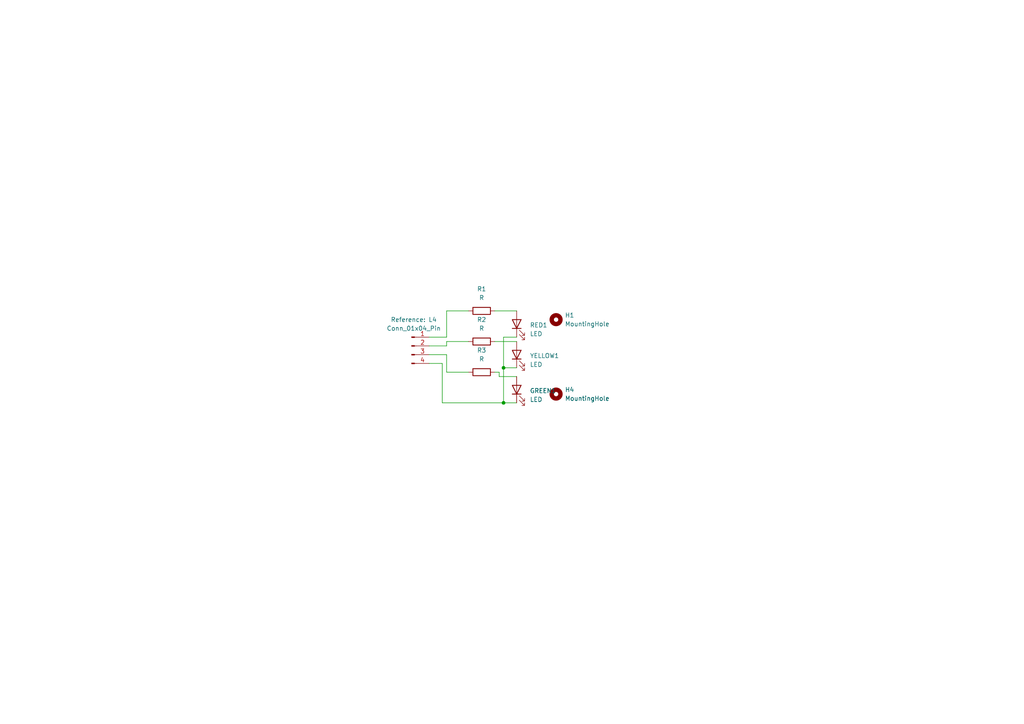
<source format=kicad_sch>
(kicad_sch
	(version 20250114)
	(generator "eeschema")
	(generator_version "9.0")
	(uuid "39351e10-9576-4ece-9b7a-7b09a1203bb7")
	(paper "A4")
	(lib_symbols
		(symbol "Connector:Conn_01x04_Pin"
			(pin_names
				(offset 1.016)
				(hide yes)
			)
			(exclude_from_sim no)
			(in_bom yes)
			(on_board yes)
			(property "Reference" "J"
				(at 0 5.08 0)
				(effects
					(font
						(size 1.27 1.27)
					)
				)
			)
			(property "Value" "Conn_01x04_Pin"
				(at 0 -7.62 0)
				(effects
					(font
						(size 1.27 1.27)
					)
				)
			)
			(property "Footprint" ""
				(at 0 0 0)
				(effects
					(font
						(size 1.27 1.27)
					)
					(hide yes)
				)
			)
			(property "Datasheet" "~"
				(at 0 0 0)
				(effects
					(font
						(size 1.27 1.27)
					)
					(hide yes)
				)
			)
			(property "Description" "Generic connector, single row, 01x04, script generated"
				(at 0 0 0)
				(effects
					(font
						(size 1.27 1.27)
					)
					(hide yes)
				)
			)
			(property "ki_locked" ""
				(at 0 0 0)
				(effects
					(font
						(size 1.27 1.27)
					)
				)
			)
			(property "ki_keywords" "connector"
				(at 0 0 0)
				(effects
					(font
						(size 1.27 1.27)
					)
					(hide yes)
				)
			)
			(property "ki_fp_filters" "Connector*:*_1x??_*"
				(at 0 0 0)
				(effects
					(font
						(size 1.27 1.27)
					)
					(hide yes)
				)
			)
			(symbol "Conn_01x04_Pin_1_1"
				(rectangle
					(start 0.8636 2.667)
					(end 0 2.413)
					(stroke
						(width 0.1524)
						(type default)
					)
					(fill
						(type outline)
					)
				)
				(rectangle
					(start 0.8636 0.127)
					(end 0 -0.127)
					(stroke
						(width 0.1524)
						(type default)
					)
					(fill
						(type outline)
					)
				)
				(rectangle
					(start 0.8636 -2.413)
					(end 0 -2.667)
					(stroke
						(width 0.1524)
						(type default)
					)
					(fill
						(type outline)
					)
				)
				(rectangle
					(start 0.8636 -4.953)
					(end 0 -5.207)
					(stroke
						(width 0.1524)
						(type default)
					)
					(fill
						(type outline)
					)
				)
				(polyline
					(pts
						(xy 1.27 2.54) (xy 0.8636 2.54)
					)
					(stroke
						(width 0.1524)
						(type default)
					)
					(fill
						(type none)
					)
				)
				(polyline
					(pts
						(xy 1.27 0) (xy 0.8636 0)
					)
					(stroke
						(width 0.1524)
						(type default)
					)
					(fill
						(type none)
					)
				)
				(polyline
					(pts
						(xy 1.27 -2.54) (xy 0.8636 -2.54)
					)
					(stroke
						(width 0.1524)
						(type default)
					)
					(fill
						(type none)
					)
				)
				(polyline
					(pts
						(xy 1.27 -5.08) (xy 0.8636 -5.08)
					)
					(stroke
						(width 0.1524)
						(type default)
					)
					(fill
						(type none)
					)
				)
				(pin passive line
					(at 5.08 2.54 180)
					(length 3.81)
					(name "Pin_1"
						(effects
							(font
								(size 1.27 1.27)
							)
						)
					)
					(number "1"
						(effects
							(font
								(size 1.27 1.27)
							)
						)
					)
				)
				(pin passive line
					(at 5.08 0 180)
					(length 3.81)
					(name "Pin_2"
						(effects
							(font
								(size 1.27 1.27)
							)
						)
					)
					(number "2"
						(effects
							(font
								(size 1.27 1.27)
							)
						)
					)
				)
				(pin passive line
					(at 5.08 -2.54 180)
					(length 3.81)
					(name "Pin_3"
						(effects
							(font
								(size 1.27 1.27)
							)
						)
					)
					(number "3"
						(effects
							(font
								(size 1.27 1.27)
							)
						)
					)
				)
				(pin passive line
					(at 5.08 -5.08 180)
					(length 3.81)
					(name "Pin_4"
						(effects
							(font
								(size 1.27 1.27)
							)
						)
					)
					(number "4"
						(effects
							(font
								(size 1.27 1.27)
							)
						)
					)
				)
			)
			(embedded_fonts no)
		)
		(symbol "Device:LED"
			(pin_numbers
				(hide yes)
			)
			(pin_names
				(offset 1.016)
				(hide yes)
			)
			(exclude_from_sim no)
			(in_bom yes)
			(on_board yes)
			(property "Reference" "D"
				(at 0 2.54 0)
				(effects
					(font
						(size 1.27 1.27)
					)
				)
			)
			(property "Value" "LED"
				(at 0 -2.54 0)
				(effects
					(font
						(size 1.27 1.27)
					)
				)
			)
			(property "Footprint" ""
				(at 0 0 0)
				(effects
					(font
						(size 1.27 1.27)
					)
					(hide yes)
				)
			)
			(property "Datasheet" "~"
				(at 0 0 0)
				(effects
					(font
						(size 1.27 1.27)
					)
					(hide yes)
				)
			)
			(property "Description" "Light emitting diode"
				(at 0 0 0)
				(effects
					(font
						(size 1.27 1.27)
					)
					(hide yes)
				)
			)
			(property "Sim.Pins" "1=K 2=A"
				(at 0 0 0)
				(effects
					(font
						(size 1.27 1.27)
					)
					(hide yes)
				)
			)
			(property "ki_keywords" "LED diode"
				(at 0 0 0)
				(effects
					(font
						(size 1.27 1.27)
					)
					(hide yes)
				)
			)
			(property "ki_fp_filters" "LED* LED_SMD:* LED_THT:*"
				(at 0 0 0)
				(effects
					(font
						(size 1.27 1.27)
					)
					(hide yes)
				)
			)
			(symbol "LED_0_1"
				(polyline
					(pts
						(xy -3.048 -0.762) (xy -4.572 -2.286) (xy -3.81 -2.286) (xy -4.572 -2.286) (xy -4.572 -1.524)
					)
					(stroke
						(width 0)
						(type default)
					)
					(fill
						(type none)
					)
				)
				(polyline
					(pts
						(xy -1.778 -0.762) (xy -3.302 -2.286) (xy -2.54 -2.286) (xy -3.302 -2.286) (xy -3.302 -1.524)
					)
					(stroke
						(width 0)
						(type default)
					)
					(fill
						(type none)
					)
				)
				(polyline
					(pts
						(xy -1.27 0) (xy 1.27 0)
					)
					(stroke
						(width 0)
						(type default)
					)
					(fill
						(type none)
					)
				)
				(polyline
					(pts
						(xy -1.27 -1.27) (xy -1.27 1.27)
					)
					(stroke
						(width 0.254)
						(type default)
					)
					(fill
						(type none)
					)
				)
				(polyline
					(pts
						(xy 1.27 -1.27) (xy 1.27 1.27) (xy -1.27 0) (xy 1.27 -1.27)
					)
					(stroke
						(width 0.254)
						(type default)
					)
					(fill
						(type none)
					)
				)
			)
			(symbol "LED_1_1"
				(pin passive line
					(at -3.81 0 0)
					(length 2.54)
					(name "K"
						(effects
							(font
								(size 1.27 1.27)
							)
						)
					)
					(number "1"
						(effects
							(font
								(size 1.27 1.27)
							)
						)
					)
				)
				(pin passive line
					(at 3.81 0 180)
					(length 2.54)
					(name "A"
						(effects
							(font
								(size 1.27 1.27)
							)
						)
					)
					(number "2"
						(effects
							(font
								(size 1.27 1.27)
							)
						)
					)
				)
			)
			(embedded_fonts no)
		)
		(symbol "Device:R"
			(pin_numbers
				(hide yes)
			)
			(pin_names
				(offset 0)
			)
			(exclude_from_sim no)
			(in_bom yes)
			(on_board yes)
			(property "Reference" "R"
				(at 2.032 0 90)
				(effects
					(font
						(size 1.27 1.27)
					)
				)
			)
			(property "Value" "R"
				(at 0 0 90)
				(effects
					(font
						(size 1.27 1.27)
					)
				)
			)
			(property "Footprint" ""
				(at -1.778 0 90)
				(effects
					(font
						(size 1.27 1.27)
					)
					(hide yes)
				)
			)
			(property "Datasheet" "~"
				(at 0 0 0)
				(effects
					(font
						(size 1.27 1.27)
					)
					(hide yes)
				)
			)
			(property "Description" "Resistor"
				(at 0 0 0)
				(effects
					(font
						(size 1.27 1.27)
					)
					(hide yes)
				)
			)
			(property "ki_keywords" "R res resistor"
				(at 0 0 0)
				(effects
					(font
						(size 1.27 1.27)
					)
					(hide yes)
				)
			)
			(property "ki_fp_filters" "R_*"
				(at 0 0 0)
				(effects
					(font
						(size 1.27 1.27)
					)
					(hide yes)
				)
			)
			(symbol "R_0_1"
				(rectangle
					(start -1.016 -2.54)
					(end 1.016 2.54)
					(stroke
						(width 0.254)
						(type default)
					)
					(fill
						(type none)
					)
				)
			)
			(symbol "R_1_1"
				(pin passive line
					(at 0 3.81 270)
					(length 1.27)
					(name "~"
						(effects
							(font
								(size 1.27 1.27)
							)
						)
					)
					(number "1"
						(effects
							(font
								(size 1.27 1.27)
							)
						)
					)
				)
				(pin passive line
					(at 0 -3.81 90)
					(length 1.27)
					(name "~"
						(effects
							(font
								(size 1.27 1.27)
							)
						)
					)
					(number "2"
						(effects
							(font
								(size 1.27 1.27)
							)
						)
					)
				)
			)
			(embedded_fonts no)
		)
		(symbol "Mechanical:MountingHole"
			(pin_names
				(offset 1.016)
			)
			(exclude_from_sim yes)
			(in_bom no)
			(on_board yes)
			(property "Reference" "H"
				(at 0 5.08 0)
				(effects
					(font
						(size 1.27 1.27)
					)
				)
			)
			(property "Value" "MountingHole"
				(at 0 3.175 0)
				(effects
					(font
						(size 1.27 1.27)
					)
				)
			)
			(property "Footprint" ""
				(at 0 0 0)
				(effects
					(font
						(size 1.27 1.27)
					)
					(hide yes)
				)
			)
			(property "Datasheet" "~"
				(at 0 0 0)
				(effects
					(font
						(size 1.27 1.27)
					)
					(hide yes)
				)
			)
			(property "Description" "Mounting Hole without connection"
				(at 0 0 0)
				(effects
					(font
						(size 1.27 1.27)
					)
					(hide yes)
				)
			)
			(property "ki_keywords" "mounting hole"
				(at 0 0 0)
				(effects
					(font
						(size 1.27 1.27)
					)
					(hide yes)
				)
			)
			(property "ki_fp_filters" "MountingHole*"
				(at 0 0 0)
				(effects
					(font
						(size 1.27 1.27)
					)
					(hide yes)
				)
			)
			(symbol "MountingHole_0_1"
				(circle
					(center 0 0)
					(radius 1.27)
					(stroke
						(width 1.27)
						(type default)
					)
					(fill
						(type none)
					)
				)
			)
			(embedded_fonts no)
		)
	)
	(junction
		(at 146.05 106.68)
		(diameter 0)
		(color 0 0 0 0)
		(uuid "015b7550-1c20-4682-82d1-6aea9f5ea3ea")
	)
	(junction
		(at 146.05 116.84)
		(diameter 0)
		(color 0 0 0 0)
		(uuid "1bf8cc11-5d8a-4bfc-962f-848dceee02ab")
	)
	(wire
		(pts
			(xy 128.27 116.84) (xy 146.05 116.84)
		)
		(stroke
			(width 0)
			(type default)
		)
		(uuid "01bd701b-2c36-4c73-b63d-e00101749752")
	)
	(wire
		(pts
			(xy 143.51 90.17) (xy 149.86 90.17)
		)
		(stroke
			(width 0)
			(type default)
		)
		(uuid "076ee0a8-b7b3-4329-92e6-092312e30671")
	)
	(wire
		(pts
			(xy 129.54 102.87) (xy 124.46 102.87)
		)
		(stroke
			(width 0)
			(type default)
		)
		(uuid "0b3630ad-bc40-4d28-a9d7-19f4958d336d")
	)
	(wire
		(pts
			(xy 129.54 97.79) (xy 124.46 97.79)
		)
		(stroke
			(width 0)
			(type default)
		)
		(uuid "217e631e-ca59-4117-8aee-4204e32dc06e")
	)
	(wire
		(pts
			(xy 129.54 99.06) (xy 129.54 100.33)
		)
		(stroke
			(width 0)
			(type default)
		)
		(uuid "2969ed6d-e2f8-409f-af88-f6bf307e5b78")
	)
	(wire
		(pts
			(xy 146.05 106.68) (xy 146.05 116.84)
		)
		(stroke
			(width 0)
			(type default)
		)
		(uuid "2cb93689-b265-4558-bf58-a68c3bcb911d")
	)
	(wire
		(pts
			(xy 146.05 97.79) (xy 146.05 106.68)
		)
		(stroke
			(width 0)
			(type default)
		)
		(uuid "3434848b-2ee0-4bfc-82e7-55c00703d2d0")
	)
	(wire
		(pts
			(xy 129.54 107.95) (xy 129.54 102.87)
		)
		(stroke
			(width 0)
			(type default)
		)
		(uuid "4214fc9f-4b37-43a4-902e-fce527446a64")
	)
	(wire
		(pts
			(xy 135.89 99.06) (xy 129.54 99.06)
		)
		(stroke
			(width 0)
			(type default)
		)
		(uuid "4904d6b1-c23d-49f4-ba1d-76bbf8352ea9")
	)
	(wire
		(pts
			(xy 149.86 116.84) (xy 146.05 116.84)
		)
		(stroke
			(width 0)
			(type default)
		)
		(uuid "499fb511-7674-439d-8b31-b2a9a508d5a7")
	)
	(wire
		(pts
			(xy 146.05 106.68) (xy 149.86 106.68)
		)
		(stroke
			(width 0)
			(type default)
		)
		(uuid "505b4c10-5ef2-4a53-90e7-2e7f653fe5ee")
	)
	(wire
		(pts
			(xy 129.54 90.17) (xy 129.54 97.79)
		)
		(stroke
			(width 0)
			(type default)
		)
		(uuid "5473cdea-3c1c-4102-8b73-e83a2233d477")
	)
	(wire
		(pts
			(xy 149.86 97.79) (xy 146.05 97.79)
		)
		(stroke
			(width 0)
			(type default)
		)
		(uuid "628c078d-d95d-4517-b10e-86f2affd655d")
	)
	(wire
		(pts
			(xy 128.27 105.41) (xy 128.27 116.84)
		)
		(stroke
			(width 0)
			(type default)
		)
		(uuid "6be78021-c758-4c05-8080-60c9a2e3ef52")
	)
	(wire
		(pts
			(xy 124.46 105.41) (xy 128.27 105.41)
		)
		(stroke
			(width 0)
			(type default)
		)
		(uuid "9847b0d3-adc0-4a3e-b74e-4dbae47aa8ce")
	)
	(wire
		(pts
			(xy 124.46 100.33) (xy 129.54 100.33)
		)
		(stroke
			(width 0)
			(type default)
		)
		(uuid "9e536418-5871-48b5-bbc7-aa9a08770cf9")
	)
	(wire
		(pts
			(xy 135.89 107.95) (xy 129.54 107.95)
		)
		(stroke
			(width 0)
			(type default)
		)
		(uuid "bfaa3fa5-f1e3-45f0-90a0-328ddde38e7f")
	)
	(wire
		(pts
			(xy 144.78 109.22) (xy 149.86 109.22)
		)
		(stroke
			(width 0)
			(type default)
		)
		(uuid "c466e169-65d6-4e5a-a34a-76ed1d96b581")
	)
	(wire
		(pts
			(xy 143.51 107.95) (xy 144.78 107.95)
		)
		(stroke
			(width 0)
			(type default)
		)
		(uuid "cc317d56-d892-4405-9d64-82a440f4f251")
	)
	(wire
		(pts
			(xy 144.78 109.22) (xy 144.78 107.95)
		)
		(stroke
			(width 0)
			(type default)
		)
		(uuid "cd4f631e-0384-4202-8920-1f810967a5a9")
	)
	(wire
		(pts
			(xy 143.51 99.06) (xy 149.86 99.06)
		)
		(stroke
			(width 0)
			(type default)
		)
		(uuid "d9424f77-2ddb-46e1-83a6-a3cf1a083af6")
	)
	(wire
		(pts
			(xy 135.89 90.17) (xy 129.54 90.17)
		)
		(stroke
			(width 0)
			(type default)
		)
		(uuid "faa296f1-d002-4843-a5ee-21efa409748c")
	)
	(symbol
		(lib_id "Device:R")
		(at 139.7 107.95 90)
		(unit 1)
		(exclude_from_sim no)
		(in_bom yes)
		(on_board yes)
		(dnp no)
		(fields_autoplaced yes)
		(uuid "46ee77e6-d209-4e4c-bb1f-8b477da890b8")
		(property "Reference" "R3"
			(at 139.7 101.6 90)
			(effects
				(font
					(size 1.27 1.27)
				)
			)
		)
		(property "Value" "R"
			(at 139.7 104.14 90)
			(effects
				(font
					(size 1.27 1.27)
				)
			)
		)
		(property "Footprint" "Resistor_THT:R_Axial_DIN0204_L3.6mm_D1.6mm_P5.08mm_Horizontal"
			(at 139.7 109.728 90)
			(effects
				(font
					(size 1.27 1.27)
				)
				(hide yes)
			)
		)
		(property "Datasheet" "~"
			(at 139.7 107.95 0)
			(effects
				(font
					(size 1.27 1.27)
				)
				(hide yes)
			)
		)
		(property "Description" "Resistor"
			(at 139.7 107.95 0)
			(effects
				(font
					(size 1.27 1.27)
				)
				(hide yes)
			)
		)
		(pin "1"
			(uuid "07cdf633-be67-4f13-b45f-88a5eceae0d0")
		)
		(pin "2"
			(uuid "d52f609e-b499-4370-856d-c10cbfebbea7")
		)
		(instances
			(project ""
				(path "/39351e10-9576-4ece-9b7a-7b09a1203bb7"
					(reference "R3")
					(unit 1)
				)
			)
		)
	)
	(symbol
		(lib_id "Device:R")
		(at 139.7 90.17 90)
		(unit 1)
		(exclude_from_sim no)
		(in_bom yes)
		(on_board yes)
		(dnp no)
		(fields_autoplaced yes)
		(uuid "4cf8f01c-b826-42e9-8f6f-dec6f1c95c13")
		(property "Reference" "R1"
			(at 139.7 83.82 90)
			(effects
				(font
					(size 1.27 1.27)
				)
			)
		)
		(property "Value" "R"
			(at 139.7 86.36 90)
			(effects
				(font
					(size 1.27 1.27)
				)
			)
		)
		(property "Footprint" "Resistor_THT:R_Axial_DIN0204_L3.6mm_D1.6mm_P5.08mm_Horizontal"
			(at 139.7 91.948 90)
			(effects
				(font
					(size 1.27 1.27)
				)
				(hide yes)
			)
		)
		(property "Datasheet" "~"
			(at 139.7 90.17 0)
			(effects
				(font
					(size 1.27 1.27)
				)
				(hide yes)
			)
		)
		(property "Description" "Resistor"
			(at 139.7 90.17 0)
			(effects
				(font
					(size 1.27 1.27)
				)
				(hide yes)
			)
		)
		(pin "1"
			(uuid "cba93328-23d9-4880-94d9-5da0435b642a")
		)
		(pin "2"
			(uuid "28af402f-2471-4101-9ba7-1251316f4f92")
		)
		(instances
			(project ""
				(path "/39351e10-9576-4ece-9b7a-7b09a1203bb7"
					(reference "R1")
					(unit 1)
				)
			)
		)
	)
	(symbol
		(lib_id "Mechanical:MountingHole")
		(at 161.29 114.3 0)
		(unit 1)
		(exclude_from_sim yes)
		(in_bom no)
		(on_board yes)
		(dnp no)
		(fields_autoplaced yes)
		(uuid "5047cf4c-8dc5-4207-94c7-72b084f956c2")
		(property "Reference" "H4"
			(at 163.83 113.0299 0)
			(effects
				(font
					(size 1.27 1.27)
				)
				(justify left)
			)
		)
		(property "Value" "MountingHole"
			(at 163.83 115.5699 0)
			(effects
				(font
					(size 1.27 1.27)
				)
				(justify left)
			)
		)
		(property "Footprint" "MountingHole:MountingHole_2.5mm"
			(at 161.29 114.3 0)
			(effects
				(font
					(size 1.27 1.27)
				)
				(hide yes)
			)
		)
		(property "Datasheet" "~"
			(at 161.29 114.3 0)
			(effects
				(font
					(size 1.27 1.27)
				)
				(hide yes)
			)
		)
		(property "Description" "Mounting Hole without connection"
			(at 161.29 114.3 0)
			(effects
				(font
					(size 1.27 1.27)
				)
				(hide yes)
			)
		)
		(instances
			(project ""
				(path "/39351e10-9576-4ece-9b7a-7b09a1203bb7"
					(reference "H4")
					(unit 1)
				)
			)
		)
	)
	(symbol
		(lib_id "Connector:Conn_01x04_Pin")
		(at 119.38 100.33 0)
		(unit 1)
		(exclude_from_sim no)
		(in_bom yes)
		(on_board yes)
		(dnp no)
		(fields_autoplaced yes)
		(uuid "b02f36a9-b5ec-4b5c-b838-298163775579")
		(property "Reference" "L4"
			(at 120.015 92.71 0)
			(show_name yes)
			(effects
				(font
					(size 1.27 1.27)
				)
			)
		)
		(property "Value" "Conn_01x04_Pin"
			(at 120.015 95.25 0)
			(effects
				(font
					(size 1.27 1.27)
				)
			)
		)
		(property "Footprint" "Connector_PinHeader_2.54mm:PinHeader_1x04_P2.54mm_Horizontal"
			(at 119.38 100.33 0)
			(effects
				(font
					(size 1.27 1.27)
				)
				(hide yes)
			)
		)
		(property "Datasheet" "~"
			(at 119.38 100.33 0)
			(effects
				(font
					(size 1.27 1.27)
				)
				(hide yes)
			)
		)
		(property "Description" "Generic connector, single row, 01x04, script generated"
			(at 119.38 100.33 0)
			(effects
				(font
					(size 1.27 1.27)
				)
				(hide yes)
			)
		)
		(pin "3"
			(uuid "2aee7879-c748-433b-9741-b490890a9a67")
		)
		(pin "4"
			(uuid "a5268414-cb4f-4db3-8d4b-bcd6bf9b8e01")
		)
		(pin "2"
			(uuid "6f867032-c902-490f-8ee7-efcb77f2f94f")
		)
		(pin "1"
			(uuid "77babb4a-5d7e-42f2-8e94-50bb6349646d")
		)
		(instances
			(project ""
				(path "/39351e10-9576-4ece-9b7a-7b09a1203bb7"
					(reference "L4")
					(unit 1)
				)
			)
		)
	)
	(symbol
		(lib_id "Device:R")
		(at 139.7 99.06 90)
		(unit 1)
		(exclude_from_sim no)
		(in_bom yes)
		(on_board yes)
		(dnp no)
		(fields_autoplaced yes)
		(uuid "d816ebd9-958e-4734-b769-25e999cbc658")
		(property "Reference" "R2"
			(at 139.7 92.71 90)
			(effects
				(font
					(size 1.27 1.27)
				)
			)
		)
		(property "Value" "R"
			(at 139.7 95.25 90)
			(effects
				(font
					(size 1.27 1.27)
				)
			)
		)
		(property "Footprint" "Resistor_THT:R_Axial_DIN0204_L3.6mm_D1.6mm_P5.08mm_Horizontal"
			(at 139.7 100.838 90)
			(effects
				(font
					(size 1.27 1.27)
				)
				(hide yes)
			)
		)
		(property "Datasheet" "~"
			(at 139.7 99.06 0)
			(effects
				(font
					(size 1.27 1.27)
				)
				(hide yes)
			)
		)
		(property "Description" "Resistor"
			(at 139.7 99.06 0)
			(effects
				(font
					(size 1.27 1.27)
				)
				(hide yes)
			)
		)
		(pin "2"
			(uuid "2fb80b51-b287-48c4-b012-440fa4e175aa")
		)
		(pin "1"
			(uuid "7053882f-a02c-49cb-a62f-87da6542669f")
		)
		(instances
			(project ""
				(path "/39351e10-9576-4ece-9b7a-7b09a1203bb7"
					(reference "R2")
					(unit 1)
				)
			)
		)
	)
	(symbol
		(lib_id "Device:LED")
		(at 149.86 93.98 90)
		(unit 1)
		(exclude_from_sim no)
		(in_bom yes)
		(on_board yes)
		(dnp no)
		(fields_autoplaced yes)
		(uuid "e19286d1-6acc-40bb-a05c-fd85ee476847")
		(property "Reference" "RED1"
			(at 153.67 94.2974 90)
			(effects
				(font
					(size 1.27 1.27)
				)
				(justify right)
			)
		)
		(property "Value" "LED"
			(at 153.67 96.8374 90)
			(effects
				(font
					(size 1.27 1.27)
				)
				(justify right)
			)
		)
		(property "Footprint" "LED_THT:LED_D3.0mm"
			(at 149.86 93.98 0)
			(effects
				(font
					(size 1.27 1.27)
				)
				(hide yes)
			)
		)
		(property "Datasheet" "~"
			(at 149.86 93.98 0)
			(effects
				(font
					(size 1.27 1.27)
				)
				(hide yes)
			)
		)
		(property "Description" "Light emitting diode"
			(at 149.86 93.98 0)
			(effects
				(font
					(size 1.27 1.27)
				)
				(hide yes)
			)
		)
		(property "Sim.Pins" "1=K 2=A"
			(at 149.86 93.98 0)
			(effects
				(font
					(size 1.27 1.27)
				)
				(hide yes)
			)
		)
		(pin "1"
			(uuid "a13c5084-0ba3-4c46-8be0-64b835d380fa")
		)
		(pin "2"
			(uuid "b43d2f66-786c-4fd1-a29d-02a0ba6e7b61")
		)
		(instances
			(project ""
				(path "/39351e10-9576-4ece-9b7a-7b09a1203bb7"
					(reference "RED1")
					(unit 1)
				)
			)
		)
	)
	(symbol
		(lib_id "Mechanical:MountingHole")
		(at 161.29 92.71 0)
		(unit 1)
		(exclude_from_sim yes)
		(in_bom no)
		(on_board yes)
		(dnp no)
		(fields_autoplaced yes)
		(uuid "e1ce9359-479c-496f-896b-2ac9b72ebab6")
		(property "Reference" "H1"
			(at 163.83 91.4399 0)
			(effects
				(font
					(size 1.27 1.27)
				)
				(justify left)
			)
		)
		(property "Value" "MountingHole"
			(at 163.83 93.9799 0)
			(effects
				(font
					(size 1.27 1.27)
				)
				(justify left)
			)
		)
		(property "Footprint" "MountingHole:MountingHole_2.5mm"
			(at 161.29 92.71 0)
			(effects
				(font
					(size 1.27 1.27)
				)
				(hide yes)
			)
		)
		(property "Datasheet" "~"
			(at 161.29 92.71 0)
			(effects
				(font
					(size 1.27 1.27)
				)
				(hide yes)
			)
		)
		(property "Description" "Mounting Hole without connection"
			(at 161.29 92.71 0)
			(effects
				(font
					(size 1.27 1.27)
				)
				(hide yes)
			)
		)
		(instances
			(project ""
				(path "/39351e10-9576-4ece-9b7a-7b09a1203bb7"
					(reference "H1")
					(unit 1)
				)
			)
		)
	)
	(symbol
		(lib_id "Device:LED")
		(at 149.86 113.03 90)
		(unit 1)
		(exclude_from_sim no)
		(in_bom yes)
		(on_board yes)
		(dnp no)
		(fields_autoplaced yes)
		(uuid "e798b84a-d690-4e67-92aa-f280fea58b92")
		(property "Reference" "GREEN1"
			(at 153.67 113.3474 90)
			(effects
				(font
					(size 1.27 1.27)
				)
				(justify right)
			)
		)
		(property "Value" "LED"
			(at 153.67 115.8874 90)
			(effects
				(font
					(size 1.27 1.27)
				)
				(justify right)
			)
		)
		(property "Footprint" "LED_THT:LED_D3.0mm"
			(at 149.86 113.03 0)
			(effects
				(font
					(size 1.27 1.27)
				)
				(hide yes)
			)
		)
		(property "Datasheet" "~"
			(at 149.86 113.03 0)
			(effects
				(font
					(size 1.27 1.27)
				)
				(hide yes)
			)
		)
		(property "Description" "Light emitting diode"
			(at 149.86 113.03 0)
			(effects
				(font
					(size 1.27 1.27)
				)
				(hide yes)
			)
		)
		(property "Sim.Pins" "1=K 2=A"
			(at 149.86 113.03 0)
			(effects
				(font
					(size 1.27 1.27)
				)
				(hide yes)
			)
		)
		(pin "2"
			(uuid "50535501-1339-47f7-886a-c9b4c2c65d8b")
		)
		(pin "1"
			(uuid "e60bee59-697f-437b-a437-2e1b0061141a")
		)
		(instances
			(project ""
				(path "/39351e10-9576-4ece-9b7a-7b09a1203bb7"
					(reference "GREEN1")
					(unit 1)
				)
			)
		)
	)
	(symbol
		(lib_id "Device:LED")
		(at 149.86 102.87 90)
		(unit 1)
		(exclude_from_sim no)
		(in_bom yes)
		(on_board yes)
		(dnp no)
		(fields_autoplaced yes)
		(uuid "f367670f-67c9-44a6-9450-b2a6cf31f0a2")
		(property "Reference" "YELLOW1"
			(at 153.67 103.1874 90)
			(effects
				(font
					(size 1.27 1.27)
				)
				(justify right)
			)
		)
		(property "Value" "LED"
			(at 153.67 105.7274 90)
			(effects
				(font
					(size 1.27 1.27)
				)
				(justify right)
			)
		)
		(property "Footprint" "LED_THT:LED_D3.0mm"
			(at 149.86 102.87 0)
			(effects
				(font
					(size 1.27 1.27)
				)
				(hide yes)
			)
		)
		(property "Datasheet" "~"
			(at 149.86 102.87 0)
			(effects
				(font
					(size 1.27 1.27)
				)
				(hide yes)
			)
		)
		(property "Description" "Light emitting diode"
			(at 149.86 102.87 0)
			(effects
				(font
					(size 1.27 1.27)
				)
				(hide yes)
			)
		)
		(property "Sim.Pins" "1=K 2=A"
			(at 149.86 102.87 0)
			(effects
				(font
					(size 1.27 1.27)
				)
				(hide yes)
			)
		)
		(pin "1"
			(uuid "7b3c5687-9d29-4932-ae5e-438f88fc8173")
		)
		(pin "2"
			(uuid "92d14b3d-2c85-4f4f-9fcd-7ea71c4acef7")
		)
		(instances
			(project ""
				(path "/39351e10-9576-4ece-9b7a-7b09a1203bb7"
					(reference "YELLOW1")
					(unit 1)
				)
			)
		)
	)
	(sheet_instances
		(path "/"
			(page "1")
		)
	)
	(embedded_fonts no)
)

</source>
